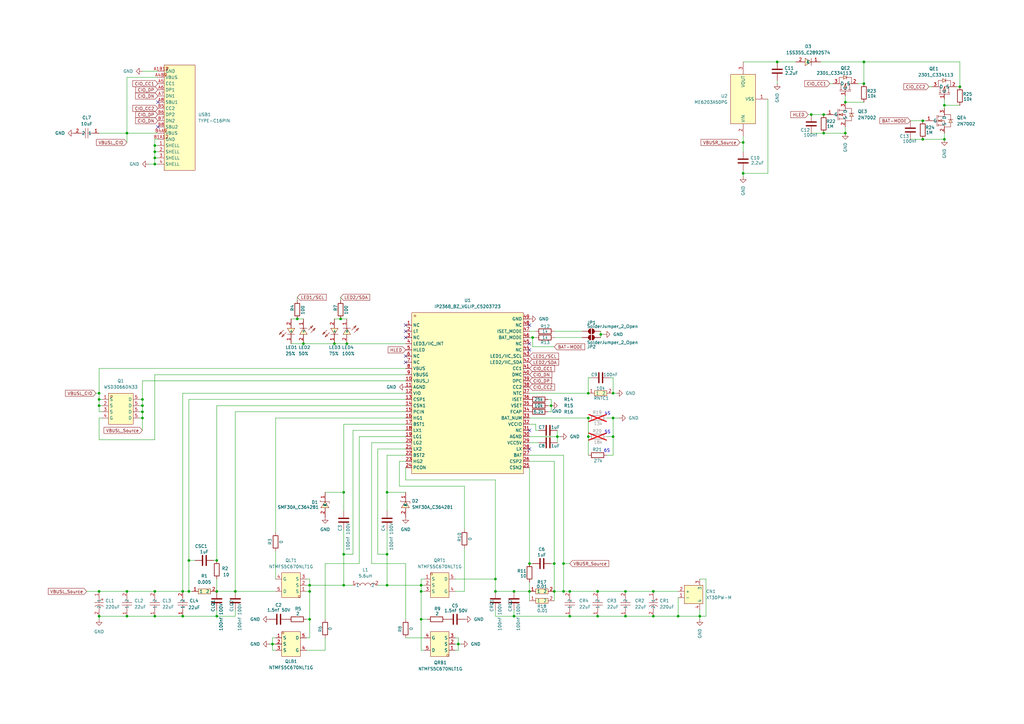
<source format=kicad_sch>
(kicad_sch (version 20250114) (generator "eeschema") (generator_version "9.0")
  (paper "A3")
  (title_block (title "PowerPack"))
  (text "5S" (at 249.174 177.292 0) (effects (font (size 1.27 1.27))))
  (text "6S" (at 248.92 184.912 0) (effects (font (size 1.27 1.27))))
  (text "4S" (at 249.174 169.672 0) (effects (font (size 1.27 1.27))))
  (junction (at 40.64 242.57))
  (junction (at 77.47 242.57))
  (junction (at 241.3 179.07))
  (junction (at 217.17 242.57))
  (junction (at 140.97 240.03))
  (junction (at 354.33 25.4))
  (junction (at 393.7 35.56))
  (junction (at 127 240.03))
  (junction (at 40.64 166.37))
  (junction (at 77.47 229.87))
  (junction (at 233.68 252.73))
  (junction (at 172.72 240.03))
  (junction (at 256.54 252.73))
  (junction (at 127 254))
  (junction (at 63.5 67.31))
  (junction (at 227.33 242.57))
  (junction (at 210.82 252.73))
  (junction (at 251.46 161.29))
  (junction (at 52.07 54.61))
  (junction (at 58.42 166.37))
  (junction (at 52.07 242.57))
  (junction (at 251.46 179.07))
  (junction (at 233.68 242.57))
  (junction (at 210.82 242.57))
  (junction (at 172.72 242.57))
  (junction (at 332.74 46.99))
  (junction (at 124.46 140.97))
  (junction (at 246.38 137.16))
  (junction (at 346.71 41.91))
  (junction (at 74.93 252.73))
  (junction (at 187.96 264.16))
  (junction (at 139.7 130.81))
  (junction (at 203.2 242.57))
  (junction (at 287.02 252.73))
  (junction (at 337.82 46.99))
  (junction (at 378.46 49.53))
  (junction (at 231.14 231.14))
  (junction (at 245.11 252.73))
  (junction (at 228.6 179.07))
  (junction (at 142.24 140.97))
  (junction (at 387.35 43.18))
  (junction (at 231.14 242.57))
  (junction (at 387.35 57.15))
  (junction (at 267.97 252.73))
  (junction (at 378.46 57.15))
  (junction (at 96.52 242.57))
  (junction (at 278.13 252.73))
  (junction (at 227.33 231.14))
  (junction (at 337.82 54.61))
  (junction (at 304.8 58.42))
  (junction (at 127 242.57))
  (junction (at 241.3 171.45))
  (junction (at 140.97 227.33))
  (junction (at 140.97 201.93))
  (junction (at 58.42 171.45))
  (junction (at 88.9 252.73))
  (junction (at 318.77 25.4))
  (junction (at 158.75 201.93))
  (junction (at 346.71 54.61))
  (junction (at 63.5 62.23))
  (junction (at 111.76 264.16))
  (junction (at 256.54 242.57))
  (junction (at 58.42 168.91))
  (junction (at 217.17 231.14))
  (junction (at 304.8 71.12))
  (junction (at 63.5 59.69))
  (junction (at 88.9 242.57))
  (junction (at 267.97 242.57))
  (junction (at 203.2 237.49))
  (junction (at 158.75 240.03))
  (junction (at 121.92 130.81))
  (junction (at 63.5 242.57))
  (junction (at 245.11 242.57))
  (junction (at 241.3 161.29))
  (junction (at 63.5 64.77))
  (junction (at 158.75 227.33))
  (junction (at 251.46 171.45))
  (junction (at 137.16 140.97))
  (junction (at 40.64 163.83))
  (junction (at 354.33 34.29))
  (junction (at 52.07 252.73))
  (junction (at 58.42 163.83))
  (junction (at 40.64 252.73))
  (junction (at 226.06 166.37))
  (junction (at 172.72 254))
  (junction (at 218.44 138.43))
  (junction (at 88.9 229.87))
  (junction (at 63.5 252.73))
  (junction (at 74.93 242.57))
  (junction (at 40.64 161.29))
  (no_connect (at 166.37 138.43))
  (no_connect (at 217.17 176.53))
  (no_connect (at 166.37 148.59))
  (no_connect (at 64.77 52.07))
  (no_connect (at 166.37 133.35))
  (no_connect (at 217.17 143.51))
  (no_connect (at 217.17 133.35))
  (no_connect (at 217.17 184.15))
  (no_connect (at 64.77 41.91))
  (no_connect (at 166.37 146.05))
  (no_connect (at 217.17 140.97))
  (no_connect (at 166.37 135.89))
  (wire (pts (xy 172.72 242.57) (xy 172.72 254)))
  (wire (pts (xy 125.73 240.03) (xy 127 240.03)))
  (wire (pts (xy 227.33 135.89) (xy 238.76 135.89)))
  (wire (pts (xy 113.03 266.7) (xy 111.76 266.7)))
  (wire (pts (xy 378.46 49.53) (xy 379.73 49.53)))
  (wire (pts (xy 113.03 226.06) (xy 113.03 237.49)))
  (wire (pts (xy 40.64 166.37) (xy 40.64 168.91)))
  (wire (pts (xy 77.47 229.87) (xy 77.47 242.57)))
  (wire (pts (xy 256.54 252.73) (xy 267.97 252.73)))
  (wire (pts (xy 140.97 201.93) (xy 140.97 209.55)))
  (wire (pts (xy 278.13 245.11) (xy 278.13 252.73)))
  (wire (pts (xy 219.71 173.99) (xy 217.17 173.99)))
  (wire (pts (xy 218.44 138.43) (xy 217.17 138.43)))
  (wire (pts (xy 393.7 25.4) (xy 393.7 35.56)))
  (wire (pts (xy 125.73 254) (xy 127 254)))
  (wire (pts (xy 241.3 179.07) (xy 241.3 186.69)))
  (wire (pts (xy 173.99 242.57) (xy 172.72 242.57)))
  (wire (pts (xy 166.37 168.91) (xy 96.52 168.91)))
  (wire (pts (xy 340.36 34.29) (xy 341.63 34.29)))
  (wire (pts (xy 40.64 242.57) (xy 52.07 242.57)))
  (wire (pts (xy 228.6 176.53) (xy 228.6 179.07)))
  (wire (pts (xy 219.71 176.53) (xy 219.71 173.99)))
  (wire (pts (xy 111.76 261.62) (xy 111.76 264.16)))
  (wire (pts (xy 110.49 264.16) (xy 111.76 264.16)))
  (wire (pts (xy 254 171.45) (xy 251.46 171.45)))
  (wire (pts (xy 113.03 171.45) (xy 113.03 218.44)))
  (wire (pts (xy 172.72 254) (xy 172.72 266.7)))
  (wire (pts (xy 35.56 242.57) (xy 40.64 242.57)))
  (wire (pts (xy 252.73 161.29) (xy 251.46 161.29)))
  (wire (pts (xy 125.73 242.57) (xy 127 242.57)))
  (wire (pts (xy 245.11 242.57) (xy 256.54 242.57)))
  (wire (pts (xy 63.5 57.15) (xy 63.5 59.69)))
  (wire (pts (xy 144.78 176.53) (xy 144.78 227.33)))
  (wire (pts (xy 113.03 261.62) (xy 111.76 261.62)))
  (wire (pts (xy 250.19 154.94) (xy 251.46 154.94)))
  (wire (pts (xy 111.76 266.7) (xy 111.76 264.16)))
  (wire (pts (xy 154.94 227.33) (xy 158.75 227.33)))
  (wire (pts (xy 190.5 242.57) (xy 190.5 224.79)))
  (wire (pts (xy 203.2 237.49) (xy 186.69 237.49)))
  (wire (pts (xy 121.92 130.81) (xy 124.46 130.81)))
  (wire (pts (xy 187.96 261.62) (xy 187.96 264.16)))
  (wire (pts (xy 210.82 252.73) (xy 233.68 252.73)))
  (wire (pts (xy 203.2 242.57) (xy 210.82 242.57)))
  (wire (pts (xy 173.99 266.7) (xy 172.72 266.7)))
  (wire (pts (xy 166.37 186.69) (xy 158.75 186.69)))
  (wire (pts (xy 224.79 168.91) (xy 226.06 168.91)))
  (wire (pts (xy 337.82 54.61) (xy 332.74 54.61)))
  (wire (pts (xy 248.92 179.07) (xy 251.46 179.07)))
  (wire (pts (xy 125.73 237.49) (xy 127 237.49)))
  (wire (pts (xy 303.53 58.42) (xy 304.8 58.42)))
  (wire (pts (xy 40.64 252.73) (xy 52.07 252.73)))
  (wire (pts (xy 52.07 58.42) (xy 52.07 54.61)))
  (wire (pts (xy 57.15 166.37) (xy 58.42 166.37)))
  (wire (pts (xy 88.9 166.37) (xy 88.9 229.87)))
  (wire (pts (xy 88.9 242.57) (xy 96.52 242.57)))
  (wire (pts (xy 229.87 179.07) (xy 228.6 179.07)))
  (wire (pts (xy 166.37 171.45) (xy 113.03 171.45)))
  (wire (pts (xy 139.7 121.92) (xy 139.7 123.19)))
  (wire (pts (xy 158.75 201.93) (xy 166.37 201.93)))
  (wire (pts (xy 241.3 154.94) (xy 241.3 161.29)))
  (wire (pts (xy 52.07 31.75) (xy 52.07 54.61)))
  (wire (pts (xy 203.2 250.19) (xy 203.2 252.73)))
  (wire (pts (xy 224.79 166.37) (xy 226.06 166.37)))
  (wire (pts (xy 166.37 163.83) (xy 77.47 163.83)))
  (wire (pts (xy 226.06 163.83) (xy 226.06 166.37)))
  (wire (pts (xy 152.4 231.14) (xy 166.37 231.14)))
  (wire (pts (xy 231.14 231.14) (xy 231.14 242.57)))
  (wire (pts (xy 52.07 252.73) (xy 63.5 252.73)))
  (wire (pts (xy 166.37 191.77) (xy 166.37 196.85)))
  (wire (pts (xy 166.37 166.37) (xy 88.9 166.37)))
  (wire (pts (xy 139.7 130.81) (xy 142.24 130.81)))
  (wire (pts (xy 140.97 217.17) (xy 140.97 227.33)))
  (wire (pts (xy 74.93 161.29) (xy 74.93 242.57)))
  (wire (pts (xy 203.2 196.85) (xy 203.2 237.49)))
  (wire (pts (xy 64.77 57.15) (xy 63.5 57.15)))
  (wire (pts (xy 96.52 252.73) (xy 88.9 252.73)))
  (wire (pts (xy 133.35 231.14) (xy 133.35 254)))
  (wire (pts (xy 137.16 130.81) (xy 139.7 130.81)))
  (wire (pts (xy 331.47 46.99) (xy 332.74 46.99)))
  (wire (pts (xy 64.77 31.75) (xy 52.07 31.75)))
  (wire (pts (xy 346.71 54.61) (xy 337.82 54.61)))
  (wire (pts (xy 142.24 140.97) (xy 166.37 140.97)))
  (wire (pts (xy 154.94 184.15) (xy 154.94 227.33)))
  (wire (pts (xy 58.42 29.21) (xy 64.77 29.21)))
  (wire (pts (xy 163.83 189.23) (xy 163.83 199.39)))
  (wire (pts (xy 77.47 242.57) (xy 78.74 242.57)))
  (wire (pts (xy 217.17 238.76) (xy 217.17 242.57)))
  (wire (pts (xy 166.37 231.14) (xy 166.37 254)))
  (wire (pts (xy 40.64 168.91) (xy 41.91 168.91)))
  (wire (pts (xy 158.75 227.33) (xy 158.75 240.03)))
  (wire (pts (xy 251.46 179.07) (xy 251.46 186.69)))
  (wire (pts (xy 304.8 58.42) (xy 304.8 55.88)))
  (wire (pts (xy 58.42 171.45) (xy 57.15 171.45)))
  (wire (pts (xy 227.33 231.14) (xy 226.06 231.14)))
  (wire (pts (xy 337.82 46.99) (xy 339.09 46.99)))
  (wire (pts (xy 354.33 25.4) (xy 354.33 34.29)))
  (wire (pts (xy 119.38 130.81) (xy 121.92 130.81)))
  (wire (pts (xy 318.77 33.02) (xy 318.77 34.29)))
  (wire (pts (xy 186.69 242.57) (xy 190.5 242.57)))
  (wire (pts (xy 190.5 199.39) (xy 190.5 217.17)))
  (wire (pts (xy 163.83 189.23) (xy 166.37 189.23)))
  (wire (pts (xy 166.37 151.13) (xy 40.64 151.13)))
  (wire (pts (xy 251.46 171.45) (xy 251.46 179.07)))
  (wire (pts (xy 137.16 140.97) (xy 142.24 140.97)))
  (wire (pts (xy 217.17 189.23) (xy 227.33 189.23)))
  (wire (pts (xy 40.64 161.29) (xy 40.64 163.83)))
  (wire (pts (xy 217.17 242.57) (xy 217.17 246.38)))
  (wire (pts (xy 387.35 44.45) (xy 387.35 43.18)))
  (wire (pts (xy 40.64 254) (xy 40.64 252.73)))
  (wire (pts (xy 58.42 163.83) (xy 58.42 166.37)))
  (wire (pts (xy 63.5 59.69) (xy 63.5 62.23)))
  (wire (pts (xy 125.73 266.7) (xy 133.35 266.7)))
  (wire (pts (xy 124.46 140.97) (xy 137.16 140.97)))
  (wire (pts (xy 186.69 261.62) (xy 187.96 261.62)))
  (wire (pts (xy 127 254) (xy 127 261.62)))
  (wire (pts (xy 287.02 252.73) (xy 278.13 252.73)))
  (wire (pts (xy 40.64 180.34) (xy 40.64 171.45)))
  (wire (pts (xy 227.33 242.57) (xy 227.33 246.38)))
  (wire (pts (xy 40.64 166.37) (xy 41.91 166.37)))
  (wire (pts (xy 172.72 237.49) (xy 172.72 240.03)))
  (wire (pts (xy 218.44 231.14) (xy 217.17 231.14)))
  (wire (pts (xy 251.46 154.94) (xy 251.46 161.29)))
  (wire (pts (xy 158.75 186.69) (xy 158.75 201.93)))
  (wire (pts (xy 63.5 59.69) (xy 64.77 59.69)))
  (wire (pts (xy 218.44 142.24) (xy 218.44 138.43)))
  (wire (pts (xy 228.6 179.07) (xy 228.6 181.61)))
  (wire (pts (xy 231.14 186.69) (xy 231.14 231.14)))
  (wire (pts (xy 287.02 237.49) (xy 289.56 237.49)))
  (wire (pts (xy 393.7 35.56) (xy 392.43 35.56)))
  (wire (pts (xy 158.75 217.17) (xy 158.75 227.33)))
  (wire (pts (xy 314.96 71.12) (xy 304.8 71.12)))
  (wire (pts (xy 127 237.49) (xy 127 240.03)))
  (wire (pts (xy 111.76 264.16) (xy 113.03 264.16)))
  (wire (pts (xy 166.37 196.85) (xy 203.2 196.85)))
  (wire (pts (xy 233.68 242.57) (xy 245.11 242.57)))
  (wire (pts (xy 88.9 252.73) (xy 74.93 252.73)))
  (wire (pts (xy 233.68 231.14) (xy 231.14 231.14)))
  (wire (pts (xy 140.97 240.03) (xy 144.78 240.03)))
  (wire (pts (xy 147.32 231.14) (xy 133.35 231.14)))
  (wire (pts (xy 304.8 62.23) (xy 304.8 58.42)))
  (wire (pts (xy 63.5 242.57) (xy 74.93 242.57)))
  (wire (pts (xy 96.52 250.19) (xy 96.52 252.73)))
  (wire (pts (xy 336.55 25.4) (xy 354.33 25.4)))
  (wire (pts (xy 217.17 186.69) (xy 231.14 186.69)))
  (wire (pts (xy 166.37 161.29) (xy 74.93 161.29)))
  (wire (pts (xy 40.64 54.61) (xy 52.07 54.61)))
  (wire (pts (xy 40.64 163.83) (xy 40.64 166.37)))
  (wire (pts (xy 96.52 242.57) (xy 113.03 242.57)))
  (wire (pts (xy 63.5 64.77) (xy 64.77 64.77)))
  (wire (pts (xy 387.35 57.15) (xy 378.46 57.15)))
  (wire (pts (xy 144.78 227.33) (xy 140.97 227.33)))
  (wire (pts (xy 187.96 266.7) (xy 187.96 264.16)))
  (wire (pts (xy 133.35 201.93) (xy 140.97 201.93)))
  (wire (pts (xy 233.68 252.73) (xy 245.11 252.73)))
  (wire (pts (xy 393.7 43.18) (xy 387.35 43.18)))
  (wire (pts (xy 127 240.03) (xy 127 242.57)))
  (wire (pts (xy 210.82 242.57) (xy 217.17 242.57)))
  (wire (pts (xy 289.56 237.49) (xy 289.56 252.73)))
  (wire (pts (xy 63.5 62.23) (xy 64.77 62.23)))
  (wire (pts (xy 227.33 242.57) (xy 227.33 231.14)))
  (wire (pts (xy 152.4 181.61) (xy 152.4 231.14)))
  (wire (pts (xy 354.33 25.4) (xy 393.7 25.4)))
  (wire (pts (xy 246.38 135.89) (xy 246.38 137.16)))
  (wire (pts (xy 219.71 138.43) (xy 218.44 138.43)))
  (wire (pts (xy 52.07 242.57) (xy 63.5 242.57)))
  (wire (pts (xy 256.54 242.57) (xy 267.97 242.57)))
  (wire (pts (xy 133.35 266.7) (xy 133.35 261.62)))
  (wire (pts (xy 57.15 168.91) (xy 58.42 168.91)))
  (wire (pts (xy 373.38 49.53) (xy 378.46 49.53)))
  (wire (pts (xy 217.17 181.61) (xy 220.98 181.61)))
  (wire (pts (xy 166.37 261.62) (xy 173.99 261.62)))
  (wire (pts (xy 186.69 264.16) (xy 187.96 264.16)))
  (wire (pts (xy 60.96 67.31) (xy 63.5 67.31)))
  (wire (pts (xy 217.17 191.77) (xy 217.17 231.14)))
  (wire (pts (xy 351.79 34.29) (xy 354.33 34.29)))
  (wire (pts (xy 373.38 57.15) (xy 378.46 57.15)))
  (wire (pts (xy 219.71 176.53) (xy 220.98 176.53)))
  (wire (pts (xy 246.38 138.43) (xy 246.38 137.16)))
  (wire (pts (xy 172.72 242.57) (xy 172.72 240.03)))
  (wire (pts (xy 166.37 181.61) (xy 152.4 181.61)))
  (wire (pts (xy 166.37 153.67) (xy 63.5 153.67)))
  (wire (pts (xy 166.37 173.99) (xy 140.97 173.99)))
  (wire (pts (xy 346.71 39.37) (xy 346.71 41.91)))
  (wire (pts (xy 147.32 179.07) (xy 147.32 231.14)))
  (wire (pts (xy 387.35 54.61) (xy 387.35 57.15)))
  (wire (pts (xy 127 240.03) (xy 140.97 240.03)))
  (wire (pts (xy 58.42 166.37) (xy 58.42 168.91)))
  (wire (pts (xy 63.5 252.73) (xy 74.93 252.73)))
  (wire (pts (xy 163.83 199.39) (xy 190.5 199.39)))
  (wire (pts (xy 346.71 41.91) (xy 354.33 41.91)))
  (wire (pts (xy 242.57 154.94) (xy 241.3 154.94)))
  (wire (pts (xy 154.94 184.15) (xy 166.37 184.15)))
  (wire (pts (xy 63.5 153.67) (xy 63.5 180.34)))
  (wire (pts (xy 119.38 140.97) (xy 124.46 140.97)))
  (wire (pts (xy 127 242.57) (xy 127 254)))
  (wire (pts (xy 203.2 242.57) (xy 203.2 237.49)))
  (wire (pts (xy 346.71 52.07) (xy 346.71 54.61)))
  (wire (pts (xy 227.33 142.24) (xy 218.44 142.24)))
  (wire (pts (xy 58.42 171.45) (xy 58.42 176.53)))
  (wire (pts (xy 96.52 168.91) (xy 96.52 242.57)))
  (wire (pts (xy 166.37 176.53) (xy 144.78 176.53)))
  (wire (pts (xy 63.5 180.34) (xy 40.64 180.34)))
  (wire (pts (xy 140.97 227.33) (xy 140.97 240.03)))
  (wire (pts (xy 41.91 163.83) (xy 40.64 163.83)))
  (wire (pts (xy 158.75 201.93) (xy 158.75 209.55)))
  (wire (pts (xy 267.97 252.73) (xy 278.13 252.73)))
  (wire (pts (xy 217.17 179.07) (xy 228.6 179.07)))
  (wire (pts (xy 227.33 242.57) (xy 231.14 242.57)))
  (wire (pts (xy 187.96 264.16) (xy 189.23 264.16)))
  (wire (pts (xy 304.8 25.4) (xy 318.77 25.4)))
  (wire (pts (xy 77.47 163.83) (xy 77.47 229.87)))
  (wire (pts (xy 80.01 229.87) (xy 77.47 229.87)))
  (wire (pts (xy 40.64 171.45) (xy 41.91 171.45)))
  (wire (pts (xy 226.06 163.83) (xy 224.79 163.83)))
  (wire (pts (xy 166.37 156.21) (xy 58.42 156.21)))
  (wire (pts (xy 203.2 252.73) (xy 210.82 252.73)))
  (wire (pts (xy 172.72 240.03) (xy 173.99 240.03)))
  (wire (pts (xy 248.92 171.45) (xy 251.46 171.45)))
  (wire (pts (xy 39.37 161.29) (xy 40.64 161.29)))
  (wire (pts (xy 314.96 40.64) (xy 314.96 71.12)))
  (wire (pts (xy 125.73 261.62) (xy 127 261.62)))
  (wire (pts (xy 140.97 173.99) (xy 140.97 201.93)))
  (wire (pts (xy 304.8 71.12) (xy 304.8 69.85)))
  (wire (pts (xy 227.33 189.23) (xy 227.33 231.14)))
  (wire (pts (xy 217.17 171.45) (xy 241.3 171.45)))
  (wire (pts (xy 387.35 43.18) (xy 387.35 40.64)))
  (wire (pts (xy 246.38 137.16) (xy 247.65 137.16)))
  (wire (pts (xy 217.17 161.29) (xy 241.3 161.29)))
  (wire (pts (xy 245.11 252.73) (xy 256.54 252.73)))
  (wire (pts (xy 158.75 240.03) (xy 172.72 240.03)))
  (wire (pts (xy 154.94 240.03) (xy 158.75 240.03)))
  (wire (pts (xy 87.63 229.87) (xy 88.9 229.87)))
  (wire (pts (xy 40.64 151.13) (xy 40.64 161.29)))
  (wire (pts (xy 248.92 186.69) (xy 251.46 186.69)))
  (wire (pts (xy 219.71 135.89) (xy 217.17 135.89)))
  (wire (pts (xy 175.26 254) (xy 172.72 254)))
  (wire (pts (xy 57.15 163.83) (xy 58.42 163.83)))
  (wire (pts (xy 227.33 138.43) (xy 238.76 138.43)))
  (wire (pts (xy 231.14 242.57) (xy 233.68 242.57)))
  (wire (pts (xy 63.5 62.23) (xy 63.5 64.77)))
  (wire (pts (xy 63.5 64.77) (xy 63.5 67.31)))
  (wire (pts (xy 63.5 67.31) (xy 64.77 67.31)))
  (wire (pts (xy 381 35.56) (xy 382.27 35.56)))
  (wire (pts (xy 88.9 237.49) (xy 88.9 242.57)))
  (wire (pts (xy 226.06 166.37) (xy 226.06 168.91)))
  (wire (pts (xy 121.92 121.92) (xy 121.92 123.19)))
  (wire (pts (xy 88.9 250.19) (xy 88.9 252.73)))
  (wire (pts (xy 58.42 168.91) (xy 58.42 171.45)))
  (wire (pts (xy 287.02 252.73) (xy 287.02 254)))
  (wire (pts (xy 58.42 156.21) (xy 58.42 163.83)))
  (wire (pts (xy 52.07 54.61) (xy 64.77 54.61)))
  (wire (pts (xy 74.93 242.57) (xy 77.47 242.57)))
  (wire (pts (xy 337.82 46.99) (xy 332.74 46.99)))
  (wire (pts (xy 210.82 250.19) (xy 210.82 252.73)))
  (wire (pts (xy 173.99 237.49) (xy 172.72 237.49)))
  (wire (pts (xy 267.97 242.57) (xy 278.13 242.57)))
  (wire (pts (xy 287.02 250.19) (xy 287.02 252.73)))
  (wire (pts (xy 304.8 72.39) (xy 304.8 71.12)))
  (wire (pts (xy 186.69 266.7) (xy 187.96 266.7)))
  (wire (pts (xy 241.3 179.07) (xy 241.3 171.45)))
  (wire (pts (xy 318.77 25.4) (xy 326.39 25.4)))
  (wire (pts (xy 166.37 179.07) (xy 147.32 179.07)))
  (wire (pts (xy 289.56 252.73) (xy 287.02 252.73)))
  (global_label "HLED" (shape input) (at 331.47 46.99 180) (property "Intersheetrefs" "${INTERSHEET_REFS}" (effects (hide yes))))
  (global_label "CIO_DP" (shape input) (at 64.77 46.99 180) (property "Intersheetrefs" "${INTERSHEET_REFS}" (effects (hide yes))))
  (global_label "VBUSR_Source" (shape input) (at 233.68 231.14 0) (property "Intersheetrefs" "${INTERSHEET_REFS}" (effects (hide yes))))
  (global_label "CIO_CC1" (shape input) (at 64.77 34.29 180) (property "Intersheetrefs" "${INTERSHEET_REFS}" (effects (hide yes))))
  (global_label "BAT-MODE" (shape input) (at 227.33 142.24 0) (property "Intersheetrefs" "${INTERSHEET_REFS}" (effects (hide yes))))
  (global_label "VBUSL_Source" (shape input) (at 35.56 242.57 180) (property "Intersheetrefs" "${INTERSHEET_REFS}" (effects (hide yes))))
  (global_label "VBUSL_Source" (shape input) (at 58.42 176.53 180) (property "Intersheetrefs" "${INTERSHEET_REFS}" (effects (hide yes))))
  (global_label "CIO_CC2" (shape input) (at 381 35.56 180) (property "Intersheetrefs" "${INTERSHEET_REFS}" (effects (hide yes))))
  (global_label "CIO_DN" (shape input) (at 64.77 39.37 180) (property "Intersheetrefs" "${INTERSHEET_REFS}" (effects (hide yes))))
  (global_label "HLED" (shape input) (at 166.37 143.51 180) (property "Intersheetrefs" "${INTERSHEET_REFS}" (effects (hide yes))))
  (global_label "CIO_CC1" (shape input) (at 217.17 151.13 0) (property "Intersheetrefs" "${INTERSHEET_REFS}" (effects (hide yes))))
  (global_label "VBUSL_CIO" (shape input) (at 52.07 58.42 180) (property "Intersheetrefs" "${INTERSHEET_REFS}" (effects (hide yes))))
  (global_label "LED1{slash}SCL" (shape input) (at 121.92 121.92 0) (property "Intersheetrefs" "${INTERSHEET_REFS}" (effects (hide yes))))
  (global_label "VBUSL_CIO" (shape input) (at 39.37 161.29 180) (property "Intersheetrefs" "${INTERSHEET_REFS}" (effects (hide yes))))
  (global_label "LED1{slash}SCL" (shape input) (at 217.17 146.05 0) (property "Intersheetrefs" "${INTERSHEET_REFS}" (effects (hide yes))))
  (global_label "CIO_DP" (shape input) (at 64.77 36.83 180) (property "Intersheetrefs" "${INTERSHEET_REFS}" (effects (hide yes))))
  (global_label "CIO_CC2" (shape input) (at 217.17 158.75 0) (property "Intersheetrefs" "${INTERSHEET_REFS}" (effects (hide yes))))
  (global_label "CIO_DN" (shape input) (at 64.77 49.53 180) (property "Intersheetrefs" "${INTERSHEET_REFS}" (effects (hide yes))))
  (global_label "LED2{slash}SDA" (shape input) (at 139.7 121.92 0) (property "Intersheetrefs" "${INTERSHEET_REFS}" (effects (hide yes))))
  (global_label "CIO_CC1" (shape input) (at 340.36 34.29 180) (property "Intersheetrefs" "${INTERSHEET_REFS}" (effects (hide yes))))
  (global_label "LED2{slash}SDA" (shape input) (at 217.17 148.59 0) (property "Intersheetrefs" "${INTERSHEET_REFS}" (effects (hide yes))))
  (global_label "CIO_DP" (shape input) (at 217.17 156.21 0) (property "Intersheetrefs" "${INTERSHEET_REFS}" (effects (hide yes))))
  (global_label "BAT-MODE" (shape input) (at 373.38 49.53 180) (property "Intersheetrefs" "${INTERSHEET_REFS}" (effects (hide yes))))
  (global_label "CIO_DN" (shape input) (at 217.17 153.67 0) (property "Intersheetrefs" "${INTERSHEET_REFS}" (effects (hide yes))))
  (global_label "CIO_CC2" (shape input) (at 64.77 44.45 180) (property "Intersheetrefs" "${INTERSHEET_REFS}" (effects (hide yes))))
  (global_label "VBUSR_Source" (shape input) (at 303.53 58.42 180) (property "Intersheetrefs" "${INTERSHEET_REFS}" (effects (hide yes))))
  (symbol (lib_id "Device:C") (at 210.82 246.38 0) (unit 1)
    (property "Reference" "CRQ2" (at 209.296 250.952 90) (effects (justify left)))
    (property "Value" "100nf 100V" (at 212.598 258.826 90) (effects (justify left)))
    (property "Footprint" "Capacitor_SMD:C_0402_1005Metric_Pad0.74x0.62mm_HandSolder" (effects (hide yes)))
    (property "Description" "Unpolarized capacitor" (effects (hide yes)))
  )
  (symbol (lib_id "power:GND") (at 346.71 54.61 0) (unit 1)
    (property "Reference" "#PWR021" (effects (hide yes)))
    (property "Value" "GND" (at 346.7101 58.42 90) (effects (justify right)))
    (property "Description" "Power symbol creates a global label with name \"GND\" , ground" (effects (hide yes)))
  )
  (symbol (lib_id "Device:C") (at 222.25 231.14 90) (unit 1)
    (property "Reference" "C6" (at 223.52 225.298 90) (effects (justify left)))
    (property "Value" "1uF" (at 224.028 227.584 90) (effects (justify left)))
    (property "Footprint" "Capacitor_SMD:C_0402_1005Metric_Pad0.74x0.62mm_HandSolder" (effects (hide yes)))
    (property "Description" "Unpolarized capacitor" (effects (hide yes)))
  )
  (symbol (lib_id "Device:R") (at 113.03 222.25 0) (unit 1)
    (property "Reference" "R3" (at 110.744 223.52 90) (effects (justify left)))
    (property "Value" "0" (at 115.316 223.012 90) (effects (justify left)))
    (property "Footprint" "Resistor_SMD:R_0603_1608Metric_Pad0.98x0.95mm_HandSolder" (effects (hide yes)))
    (property "Description" "Resistor" (effects (hide yes)))
  )
  (symbol (lib_id "power:GND") (at 387.35 57.15 0) (unit 1)
    (property "Reference" "#PWR022" (effects (hide yes)))
    (property "Value" "GND" (at 387.3501 60.96 90) (effects (justify right)))
    (property "Description" "Power symbol creates a global label with name \"GND\" , ground" (effects (hide yes)))
  )
  (symbol (lib_id "easyeda2kicad:NTMFS5C670NLT1G") (at 118.11 264.16 0) (unit 1)
    (property "Reference" "QLB1" (at 119.38 271.272 0))
    (property "Value" "NTMFS5C670NLT1G" (at 119.38 273.812 0))
    (property "Footprint" "easyeda2kicad:DFN-5_L6.1-W5.1-P1.27-BL" (effects (hide yes)))
    (property "Datasheet" "https://lcsc.com/product-detail/Others_ON-Semicon_NTMFS5C670NLT1G_ON-Semicon-ON-NTMFS5C670NLT1G_C179626.html" (effects (hide yes)))
    (property "LCSC Part" "C179626" (effects (hide yes)))
  )
  (symbol (lib_id "Device:C") (at 224.79 176.53 90) (unit 1)
    (property "Reference" "C7" (at 223.52 175.26 90) (effects (justify left)))
    (property "Value" "1uF" (at 229.616 175.26 90) (effects (justify left)))
    (property "Footprint" "Capacitor_SMD:C_0402_1005Metric_Pad0.74x0.62mm_HandSolder" (effects (hide yes)))
    (property "Description" "Unpolarized capacitor" (effects (hide yes)))
  )
  (symbol (lib_id "power:GND") (at 60.96 67.31 270) (unit 1)
    (property "Reference" "#PWR04" (effects (hide yes)))
    (property "Value" "GND" (at 57.15 67.3099 90) (effects (justify right)))
    (property "Description" "Power symbol creates a global label with name \"GND\" , ground" (effects (hide yes)))
  )
  (symbol (lib_id "power:GND") (at 318.77 34.29 0) (unit 1)
    (property "Reference" "#PWR020" (effects (hide yes)))
    (property "Value" "GND" (at 318.7701 38.1 90) (effects (justify right)))
    (property "Description" "Power symbol creates a global label with name \"GND\" , ground" (effects (hide yes)))
  )
  (symbol (lib_id "Device:R") (at 139.7 127 180) (unit 1)
    (property "Reference" "R7" (at 137.668 124.968 90) (effects (justify left)))
    (property "Value" "100" (at 141.986 125.222 90) (effects (justify left)))
    (property "Footprint" "Resistor_SMD:R_0402_1005Metric_Pad0.72x0.64mm_HandSolder" (effects (hide yes)))
    (property "Description" "Resistor" (effects (hide yes)))
  )
  (symbol (lib_id "easyeda2kicad:IP2368_BZ_VGLIP_C5203723") (at 191.77 161.29 0) (unit 1)
    (property "Reference" "U1" (at 191.77 123.19 0))
    (property "Value" "IP2368_BZ_VGLIP_C5203723" (at 191.77 125.73 0))
    (property "Footprint" "easyeda2kicad:QFN-48_L7.0-W7.0-P0.50-TL-EP5.4-1" (effects (hide yes)))
    (property "LCSC Part" "C5203723" (effects (hide yes)))
  )
  (symbol (lib_id "Device:R") (at 220.98 168.91 90) (unit 1)
    (property "Reference" "R16" (at 235.204 168.91 90) (effects (justify left)))
    (property "Value" "6.2k" (at 223.012 168.91 90) (effects (justify left)))
    (property "Footprint" "Resistor_SMD:R_0402_1005Metric_Pad0.72x0.64mm_HandSolder" (effects (hide yes)))
    (property "Description" "Resistor" (effects (hide yes)))
  )
  (symbol (lib_id "power:GND") (at 247.65 137.16 90) (unit 1)
    (property "Reference" "#PWR015" (effects (hide yes)))
    (property "Value" "GND" (at 251.46 137.1599 90) (effects (justify right)))
    (property "Description" "Power symbol creates a global label with name \"GND\" , ground" (effects (hide yes)))
  )
  (symbol (lib_id "Device:C") (at 114.3 254 90) (unit 1)
    (property "Reference" "C2" (at 115.57 248.158 90) (effects (justify left)))
    (property "Value" "1.5nf 50V" (at 119.126 250.19 90) (effects (justify left)))
    (property "Footprint" "Capacitor_SMD:C_0402_1005Metric_Pad0.74x0.62mm_HandSolder" (effects (hide yes)))
    (property "Description" "Unpolarized capacitor" (effects (hide yes)))
  )
  (symbol (lib_id "Device:C") (at 203.2 246.38 0) (unit 1)
    (property "Reference" "CRQ1" (at 201.676 250.952 90) (effects (justify left)))
    (property "Value" "100nf 100V" (at 204.978 258.826 90) (effects (justify left)))
    (property "Footprint" "Capacitor_SMD:C_0402_1005Metric_Pad0.74x0.62mm_HandSolder" (effects (hide yes)))
    (property "Description" "Unpolarized capacitor" (effects (hide yes)))
  )
  (symbol (lib_id "easyeda2kicad:GMK325BJ226MM-P") (at 74.93 247.65 90) (unit 1)
    (property "Reference" "CL4" (at 77.724 246.38 90) (effects (justify right)))
    (property "Value" "22uF" (at 77.216 249.174 90) (effects (justify right)))
    (property "Footprint" "easyeda2kicad:C1210" (effects (hide yes)))
    (property "LCSC Part" "C778721" (effects (hide yes)))
  )
  (symbol (lib_id "Device:C") (at 304.8 66.04 180) (unit 1)
    (property "Reference" "C10" (at 311.658 64.77 0) (effects (justify left)))
    (property "Value" "2.2uF" (at 313.436 66.802 0) (effects (justify left)))
    (property "Footprint" "Capacitor_SMD:C_0402_1005Metric_Pad0.74x0.62mm_HandSolder" (effects (hide yes)))
    (property "Description" "Unpolarized capacitor" (effects (hide yes)))
  )
  (symbol (lib_id "easyeda2kicad:2N7002") (at 384.81 49.53 0) (unit 1)
    (property "Reference" "QE4" (at 392.43 48.2599 0) (effects (justify left)))
    (property "Value" "2N7002" (at 392.43 50.7999 0) (effects (justify left)))
    (property "Footprint" "easyeda2kicad:SOT-23-3_L2.9-W1.3-P1.90-LS2.4-BR" (effects (hide yes)))
    (property "Datasheet" "https://lcsc.com/product-detail/MOSFET_2N7002-7002_C8545.html" (effects (hide yes)))
    (property "LCSC Part" "C8545" (effects (hide yes)))
  )
  (symbol (lib_id "easyeda2kicad:NCD0603W1") (at 142.24 135.89 270) (unit 1)
    (property "Reference" "LED4" (at 140.208 142.494 90) (effects (justify left)))
    (property "Value" "100%" (at 140.208 145.034 90) (effects (justify left)))
    (property "Footprint" "easyeda2kicad:LED0603-RD" (effects (hide yes)))
    (property "Datasheet" "https://lcsc.com/product-detail/Light-Emitting-Diodes-LED_White-light-SMDLED-200-225mcdatIF-5mA-Color-temperature-C_C84265.html" (effects (hide yes)))
    (property "LCSC Part" "C84265" (effects (hide yes)))
  )
  (symbol (lib_id "easyeda2kicad:NCD0603W1") (at 124.46 135.89 270) (unit 1)
    (property "Reference" "LED2" (at 122.428 142.494 90) (effects (justify left)))
    (property "Value" "50%" (at 122.428 145.034 90) (effects (justify left)))
    (property "Footprint" "easyeda2kicad:LED0603-RD" (effects (hide yes)))
    (property "Datasheet" "https://lcsc.com/product-detail/Light-Emitting-Diodes-LED_White-light-SMDLED-200-225mcdatIF-5mA-Color-temperature-C_C84265.html" (effects (hide yes)))
    (property "LCSC Part" "C84265" (effects (hide yes)))
  )
  (symbol (lib_id "power:GND") (at 30.48 54.61 270) (unit 1)
    (property "Reference" "#PWR01" (effects (hide yes)))
    (property "Value" "GND" (at 26.67 54.6099 90) (effects (justify right)))
    (property "Description" "Power symbol creates a global label with name \"GND\" , ground" (effects (hide yes)))
  )
  (symbol (lib_id "power:GND") (at 287.02 254 0) (unit 1)
    (property "Reference" "#PWR018" (effects (hide yes)))
    (property "Value" "GND" (at 287.0201 257.81 90) (effects (justify right)))
    (property "Description" "Power symbol creates a global label with name \"GND\" , ground" (effects (hide yes)))
  )
  (symbol (lib_id "Device:R") (at 190.5 220.98 0) (unit 1)
    (property "Reference" "R10" (at 188.468 222.25 90) (effects (justify left)))
    (property "Value" "0" (at 192.786 221.742 90) (effects (justify left)))
    (property "Footprint" "Resistor_SMD:R_0603_1608Metric_Pad0.98x0.95mm_HandSolder" (effects (hide yes)))
    (property "Description" "Resistor" (effects (hide yes)))
  )
  (symbol (lib_id "Device:C") (at 140.97 213.36 0) (unit 1)
    (property "Reference" "C3" (at 139.446 217.932 90) (effects (justify left)))
    (property "Value" "100nf 100V" (at 142.748 225.806 90) (effects (justify left)))
    (property "Footprint" "Capacitor_SMD:C_0402_1005Metric_Pad0.74x0.62mm_HandSolder" (effects (hide yes)))
    (property "Description" "Unpolarized capacitor" (effects (hide yes)))
  )
  (symbol (lib_id "power:GND") (at 133.35 212.09 0) (unit 1)
    (property "Reference" "#PWR07" (effects (hide yes)))
    (property "Value" "GND" (at 133.35 217.17 0))
    (property "Description" "Power symbol creates a global label with name \"GND\" , ground" (effects (hide yes)))
  )
  (symbol (lib_id "Device:C") (at 186.69 254 90) (unit 1)
    (property "Reference" "C5" (at 187.96 248.412 90) (effects (justify left)))
    (property "Value" "1.5nf 50V" (at 191.77 250.444 90) (effects (justify left)))
    (property "Footprint" "Capacitor_SMD:C_0402_1005Metric_Pad0.74x0.62mm_HandSolder" (effects (hide yes)))
    (property "Description" "Unpolarized capacitor" (effects (hide yes)))
  )
  (symbol (lib_id "power:GND") (at 226.06 166.37 90) (unit 1)
    (property "Reference" "#PWR013" (effects (hide yes)))
    (property "Value" "GND" (at 226.314 168.656 90) (effects (justify right)))
    (property "Description" "Power symbol creates a global label with name \"GND\" , ground" (effects (hide yes)))
  )
  (symbol (lib_id "power:GND") (at 304.8 72.39 0) (unit 1)
    (property "Reference" "#PWR019" (effects (hide yes)))
    (property "Value" "GND" (at 304.8001 76.2 90) (effects (justify right)))
    (property "Description" "Power symbol creates a global label with name \"GND\" , ground" (effects (hide yes)))
  )
  (symbol (lib_id "power:GND") (at 254 171.45 90) (unit 1)
    (property "Reference" "#PWR017" (effects (hide yes)))
    (property "Value" "GND" (at 257.81 171.4499 90) (effects (justify right)))
    (property "Description" "Power symbol creates a global label with name \"GND\" , ground" (effects (hide yes)))
  )
  (symbol (lib_id "easyeda2kicad:XT30PW-M") (at 283.21 243.84 90) (unit 1)
    (property "Reference" "CN1" (at 289.56 242.5699 90) (effects (justify right)))
    (property "Value" "XT30PW-M" (at 289.56 245.1099 90) (effects (justify right)))
    (property "Footprint" "easyeda2kicad:CONN-TH_XT30PW-M" (effects (hide yes)))
    (property "Datasheet" "https://lcsc.com/product-detail/New-Arrivals_Changzhou-Amass-Elec-XT30PW-MMale-head_C431092.html" (effects (hide yes)))
    (property "LCSC Part" "C431092" (effects (hide yes)))
  )
  (symbol (lib_id "easyeda2kicad:2301_C334113") (at 346.71 34.29 90) (unit 1)
    (property "Reference" "QE2" (at 346.71 27.94 90))
    (property "Value" "2301_C334113" (at 342.138 29.972 90))
    (property "Footprint" "easyeda2kicad:SOT-23_L2.9-W1.3-P1.90-LS2.4-BR" (effects (hide yes)))
    (property "Datasheet" "https://lcsc.com/product-detail/Others_GOFORD-2301_C334113.html" (effects (hide yes)))
    (property "LCSC Part" "C334113" (effects (hide yes)))
  )
  (symbol (lib_id "power:GND") (at 190.5 254 90) (unit 1)
    (property "Reference" "#PWR011" (effects (hide yes)))
    (property "Value" "GND" (at 194.31 253.9999 90) (effects (justify right)))
    (property "Description" "Power symbol creates a global label with name \"GND\" , ground" (effects (hide yes)))
  )
  (symbol (lib_id "power:GND") (at 229.87 179.07 90) (unit 1)
    (property "Reference" "#PWR014" (effects (hide yes)))
    (property "Value" "GND" (at 233.68 179.0699 90) (effects (justify right)))
    (property "Description" "Power symbol creates a global label with name \"GND\" , ground" (effects (hide yes)))
  )
  (symbol (lib_id "Device:C") (at 96.52 246.38 0) (unit 1)
    (property "Reference" "CLQ2" (at 94.996 250.952 90) (effects (justify left)))
    (property "Value" "100nf 100V" (at 98.298 258.826 90) (effects (justify left)))
    (property "Footprint" "Capacitor_SMD:C_0402_1005Metric_Pad0.74x0.62mm_HandSolder" (effects (hide yes)))
    (property "Description" "Unpolarized capacitor" (effects (hide yes)))
  )
  (symbol (lib_id "Device:R") (at 245.11 179.07 90) (unit 1) (dnp yes)
    (property "Reference" "R20" (at 246.888 176.784 90) (effects (justify left)))
    (property "Value" "18k" (at 247.142 181.356 90) (effects (justify left)))
    (property "Footprint" "Resistor_SMD:R_0402_1005Metric_Pad0.72x0.64mm_HandSolder" (effects (hide yes)))
    (property "Description" "Resistor" (effects (hide yes)))
  )
  (symbol (lib_id "easyeda2kicad:WSD3066DN33") (at 49.53 166.37 0) (unit 1)
    (property "Reference" "Q1" (at 49.53 156.21 0))
    (property "Value" "WSD3066DN33" (at 49.53 158.75 0))
    (property "Footprint" "easyeda2kicad:DFN-8_L3.3-W3.3-P0.65-BL" (effects (hide yes)))
    (property "Datasheet" "https://lcsc.com/product-detail/MOSFET_WSD3066DN_C148386.html" (effects (hide yes)))
    (property "LCSC Part" "C148386" (effects (hide yes)))
  )
  (symbol (lib_id "Device:C") (at 246.38 154.94 90) (unit 1)
    (property "Reference" "C9" (at 245.11 153.67 90) (effects (justify left)))
    (property "Value" "100nF" (at 253.492 153.67 90) (effects (justify left)))
    (property "Footprint" "Capacitor_SMD:C_0603_1608Metric_Pad1.08x0.95mm_HandSolder" (effects (hide yes)))
    (property "Description" "Unpolarized capacitor" (effects (hide yes)))
  )
  (symbol (lib_id "Device:R") (at 179.07 254 270) (unit 1)
    (property "Reference" "R9" (at 178.054 249.682 90) (effects (justify left)))
    (property "Value" "2" (at 178.562 251.714 90) (effects (justify left)))
    (property "Footprint" "Resistor_SMD:R_0402_1005Metric_Pad0.72x0.64mm_HandSolder" (effects (hide yes)))
    (property "Description" "Resistor" (effects (hide yes)))
  )
  (symbol (lib_id "easyeda2kicad:GMK325BJ226MM-P") (at 52.07 247.65 90) (unit 1)
    (property "Reference" "CL2" (at 55.118 246.38 90) (effects (justify right)))
    (property "Value" "22uF" (at 55.118 248.92 90) (effects (justify right)))
    (property "Footprint" "easyeda2kicad:C1210" (effects (hide yes)))
    (property "LCSC Part" "C778721" (effects (hide yes)))
  )
  (symbol (lib_id "power:GND") (at 110.49 264.16 270) (unit 1)
    (property "Reference" "#PWR06" (effects (hide yes)))
    (property "Value" "GND" (at 106.68 264.1599 90) (effects (justify right)))
    (property "Description" "Power symbol creates a global label with name \"GND\" , ground" (effects (hide yes)))
  )
  (symbol (lib_id "easyeda2kicad:FMF06FTHR010-LHL") (at 222.25 246.38 0) (unit 1)
    (property "Reference" "R18" (at 222.25 248.666 0))
    (property "Value" "0.01" (at 222.504 250.444 0))
    (property "Footprint" "easyeda2kicad:R1206" (effects (hide yes)))
    (property "Datasheet" "https://lcsc.com/product-detail/Metal-Alloy-Resistors_0-01R-R010-1-1W_C105362.html" (effects (hide yes)))
    (property "LCSC Part" "C105362" (effects (hide yes)))
  )
  (symbol (lib_id "Device:R") (at 337.82 50.8 0) (unit 1)
    (property "Reference" "R22" (at 338.836 49.784 0) (effects (justify left)))
    (property "Value" "1M" (at 339.09 51.816 0) (effects (justify left)))
    (property "Footprint" "Resistor_SMD:R_0402_1005Metric_Pad0.72x0.64mm_HandSolder" (effects (hide yes)))
    (property "Description" "Resistor" (effects (hide yes)))
  )
  (symbol (lib_id "easyeda2kicad:SMF30A_C364281") (at 166.37 207.01 270) (unit 1)
    (property "Reference" "D2" (at 168.91 205.4849 90) (effects (justify left)))
    (property "Value" "SMF30A_C364281" (at 168.91 208.0249 90) (effects (justify left)))
    (property "Footprint" "easyeda2kicad:SOD-123_L2.6-W1.6-LS3.5-RD" (effects (hide yes)))
    (property "Datasheet" "https://lcsc.com/product-detail/Others_MDD-Jiangsu-Yutai-Elec-SMF30A_C364281.html" (effects (hide yes)))
    (property "LCSC Part" "C364281" (effects (hide yes)))
  )
  (symbol (lib_id "Device:R") (at 354.33 38.1 180) (unit 1)
    (property "Reference" "R23" (at 359.41 37.338 0) (effects (justify left)))
    (property "Value" "10k" (at 359.41 39.37 0) (effects (justify left)))
    (property "Footprint" "Resistor_SMD:R_0402_1005Metric_Pad0.72x0.64mm_HandSolder" (effects (hide yes)))
    (property "Description" "Resistor" (effects (hide yes)))
  )
  (symbol (lib_id "easyeda2kicad:2301_C334113") (at 387.35 35.56 90) (unit 1)
    (property "Reference" "QE1" (at 383.032 28.194 90))
    (property "Value" "2301_C334113" (at 383.794 30.734 90))
    (property "Footprint" "easyeda2kicad:SOT-23_L2.9-W1.3-P1.90-LS2.4-BR" (effects (hide yes)))
    (property "Datasheet" "https://lcsc.com/product-detail/Others_GOFORD-2301_C334113.html" (effects (hide yes)))
    (property "LCSC Part" "C334113" (effects (hide yes)))
  )
  (symbol (lib_id "easyeda2kicad:1SS355_C2892574") (at 330.2 25.4 180) (unit 1)
    (property "Reference" "D3" (at 331.47 19.05 0))
    (property "Value" "1SS355_C2892574" (at 331.47 21.59 0))
    (property "Footprint" "easyeda2kicad:SOD-323_L1.8-W1.3-LS2.5-RD" (effects (hide yes)))
    (property "LCSC Part" "C2892574" (effects (hide yes)))
  )
  (symbol (lib_id "power:GND") (at 40.64 254 0) (unit 1)
    (property "Reference" "#PWR02" (effects (hide yes)))
    (property "Value" "GND" (at 40.64 259.08 0))
    (property "Description" "Power symbol creates a global label with name \"GND\" , ground" (effects (hide yes)))
  )
  (symbol (lib_id "power:GND") (at 166.37 212.09 0) (unit 1)
    (property "Reference" "#PWR09" (effects (hide yes)))
    (property "Value" "GND" (at 166.37 217.17 0))
    (property "Description" "Power symbol creates a global label with name \"GND\" , ground" (effects (hide yes)))
  )
  (symbol (lib_id "Device:C") (at 224.79 181.61 90) (unit 1)
    (property "Reference" "C8" (at 223.52 182.88 90) (effects (justify left)))
    (property "Value" "1uF" (at 229.616 182.88 90) (effects (justify left)))
    (property "Footprint" "Capacitor_SMD:C_0402_1005Metric_Pad0.74x0.62mm_HandSolder" (effects (hide yes)))
    (property "Description" "Unpolarized capacitor" (effects (hide yes)))
  )
  (symbol (lib_id "Device:R") (at 223.52 135.89 90) (unit 1)
    (property "Reference" "R12" (at 225.552 133.858 90) (effects (justify left)))
    (property "Value" "1k" (at 224.79 135.89 90) (effects (justify left)))
    (property "Footprint" "Resistor_SMD:R_0402_1005Metric_Pad0.72x0.64mm_HandSolder" (effects (hide yes)))
    (property "Description" "Resistor" (effects (hide yes)))
  )
  (symbol (lib_id "easyeda2kicad:NTMFS5C670NLT1G") (at 181.61 264.16 180) (unit 1)
    (property "Reference" "QRB1" (at 180.594 271.78 0))
    (property "Value" "NTMFS5C670NLT1G" (at 180.594 274.32 0))
    (property "Footprint" "easyeda2kicad:DFN-5_L6.1-W5.1-P1.27-BL" (effects (hide yes)))
    (property "Datasheet" "https://lcsc.com/product-detail/Others_ON-Semicon_NTMFS5C670NLT1G_ON-Semicon-ON-NTMFS5C670NLT1G_C179626.html" (effects (hide yes)))
    (property "LCSC Part" "C179626" (effects (hide yes)))
  )
  (symbol (lib_id "easyeda2kicad:RC0603FR-0710KL") (at 246.38 161.29 0) (unit 1)
    (property "Reference" "RNTC1" (at 246.634 163.322 0))
    (property "Value" "10k" (at 246.38 159.258 0))
    (property "Footprint" "easyeda2kicad:R0603" (effects (hide yes)))
    (property "Datasheet" "https://lcsc.com/product-detail/Chip-Resistor-Surface-Mount_10KR-1_C98220.html" (effects (hide yes)))
    (property "LCSC Part" "C98220" (effects (hide yes)))
  )
  (symbol (lib_id "easyeda2kicad:2N7002") (at 344.17 46.99 0) (unit 1)
    (property "Reference" "QE3" (at 351.79 45.7199 0) (effects (justify left)))
    (property "Value" "2N7002" (at 351.79 48.2599 0) (effects (justify left)))
    (property "Footprint" "easyeda2kicad:SOT-23-3_L2.9-W1.3-P1.90-LS2.4-BR" (effects (hide yes)))
    (property "Datasheet" "https://lcsc.com/product-detail/MOSFET_2N7002-7002_C8545.html" (effects (hide yes)))
    (property "LCSC Part" "C8545" (effects (hide yes)))
  )
  (symbol (lib_id "easyeda2kicad:SPZ1VM221F11O00RAXXX") (at 267.97 247.65 270) (unit 1)
    (property "Reference" "CR1" (at 270.51 246.3799 90) (effects (justify left)))
    (property "Value" "220uF" (at 270.51 248.9199 90) (effects (justify left)))
    (property "Footprint" "easyeda2kicad:CAP-TH_BD8.0-P3.50-D0.6-FD" (effects (hide yes)))
    (property "LCSC Part" "C2688260" (effects (hide yes)))
  )
  (symbol (lib_id "power:GND") (at 252.73 161.29 90) (unit 1)
    (property "Reference" "#PWR016" (effects (hide yes)))
    (property "Value" "GND" (at 256.54 161.2899 90) (effects (justify right)))
    (property "Description" "Power symbol creates a global label with name \"GND\" , ground" (effects (hide yes)))
  )
  (symbol (lib_id "Device:C") (at 158.75 213.36 0) (unit 1)
    (property "Reference" "C4" (at 157.226 217.932 90) (effects (justify left)))
    (property "Value" "100nf 100V" (at 160.528 225.806 90) (effects (justify left)))
    (property "Footprint" "Capacitor_SMD:C_0402_1005Metric_Pad0.74x0.62mm_HandSolder" (effects (hide yes)))
    (property "Description" "Unpolarized capacitor" (effects (hide yes)))
  )
  (symbol (lib_id "easyeda2kicad:NCD0603W1") (at 137.16 135.89 90) (unit 1)
    (property "Reference" "LED3" (at 134.874 142.494 90) (effects (justify right)))
    (property "Value" "75%" (at 134.874 145.034 90) (effects (justify right)))
    (property "Footprint" "easyeda2kicad:LED0603-RD" (effects (hide yes)))
    (property "Datasheet" "https://lcsc.com/product-detail/Light-Emitting-Diodes-LED_White-light-SMDLED-200-225mcdatIF-5mA-Color-temperature-C_C84265.html" (effects (hide yes)))
    (property "LCSC Part" "C84265" (effects (hide yes)))
  )
  (symbol (lib_id "Device:R") (at 217.17 234.95 0) (unit 1)
    (property "Reference" "R11" (at 212.09 234.188 0) (effects (justify left)))
    (property "Value" "10" (at 213.36 236.22 0) (effects (justify left)))
    (property "Footprint" "Resistor_SMD:R_0402_1005Metric_Pad0.72x0.64mm_HandSolder" (effects (hide yes)))
    (property "Description" "Resistor" (effects (hide yes)))
  )
  (symbol (lib_id "Device:R") (at 121.92 127 180) (unit 1)
    (property "Reference" "R4" (at 119.888 124.968 90) (effects (justify left)))
    (property "Value" "100" (at 124.206 125.222 90) (effects (justify left)))
    (property "Footprint" "Resistor_SMD:R_0402_1005Metric_Pad0.72x0.64mm_HandSolder" (effects (hide yes)))
    (property "Description" "Resistor" (effects (hide yes)))
  )
  (symbol (lib_id "Device:R") (at 223.52 138.43 90) (unit 1)
    (property "Reference" "R13" (at 225.552 140.462 90) (effects (justify left)))
    (property "Value" "1k" (at 224.79 138.43 90) (effects (justify left)))
    (property "Footprint" "Resistor_SMD:R_0402_1005Metric_Pad0.72x0.64mm_HandSolder" (effects (hide yes)))
    (property "Description" "Resistor" (effects (hide yes)))
  )
  (symbol (lib_id "easyeda2kicad:ME6203A50PG") (at 307.34 40.64 90) (unit 1)
    (property "Reference" "U2" (at 298.45 39.3699 90) (effects (justify left)))
    (property "Value" "ME6203A50PG" (at 298.45 41.9099 90) (effects (justify left)))
    (property "Footprint" "easyeda2kicad:SOT-89_L4.5-W2.5-P1.50-LS4.2-BR" (effects (hide yes)))
    (property "Datasheet" "https://lcsc.com/product-detail/Low-Dropout-Regulators-LDO_ME6203A50PG_C94056.html" (effects (hide yes)))
    (property "LCSC Part" "C94056" (effects (hide yes)))
  )
  (symbol (lib_id "easyeda2kicad:NCD0603W1") (at 119.38 135.89 90) (unit 1)
    (property "Reference" "LED1" (at 117.094 142.494 90) (effects (justify right)))
    (property "Value" "25%" (at 117.094 145.034 90) (effects (justify right)))
    (property "Footprint" "easyeda2kicad:LED0603-RD" (effects (hide yes)))
    (property "Datasheet" "https://lcsc.com/product-detail/Light-Emitting-Diodes-LED_White-light-SMDLED-200-225mcdatIF-5mA-Color-temperature-C_C84265.html" (effects (hide yes)))
    (property "LCSC Part" "C84265" (effects (hide yes)))
  )
  (symbol (lib_id "Device:R") (at 393.7 39.37 180) (unit 1)
    (property "Reference" "R25" (at 398.78 38.608 0) (effects (justify left)))
    (property "Value" "10k" (at 398.78 40.64 0) (effects (justify left)))
    (property "Footprint" "Resistor_SMD:R_0402_1005Metric_Pad0.72x0.64mm_HandSolder" (effects (hide yes)))
    (property "Description" "Resistor" (effects (hide yes)))
  )
  (symbol (lib_id "Device:R") (at 220.98 163.83 90) (unit 1)
    (property "Reference" "R14" (at 235.204 163.83 90) (effects (justify left)))
    (property "Value" "25k" (at 222.758 163.83 90) (effects (justify left)))
    (property "Footprint" "Resistor_SMD:R_0402_1005Metric_Pad0.72x0.64mm_HandSolder" (effects (hide yes)))
    (property "Description" "Resistor" (effects (hide yes)))
  )
  (symbol (lib_id "power:GND") (at 110.49 254 270) (unit 1)
    (property "Reference" "#PWR05" (effects (hide yes)))
    (property "Value" "GND" (at 106.68 253.9999 90) (effects (justify right)))
    (property "Description" "Power symbol creates a global label with name \"GND\" , ground" (effects (hide yes)))
  )
  (symbol (lib_id "Device:C") (at 318.77 29.21 180) (unit 1)
    (property "Reference" "C11" (at 325.628 27.94 0) (effects (justify left)))
    (property "Value" "2.2uF" (at 327.406 29.972 0) (effects (justify left)))
    (property "Footprint" "Capacitor_SMD:C_0402_1005Metric_Pad0.74x0.62mm_HandSolder" (effects (hide yes)))
    (property "Description" "Unpolarized capacitor" (effects (hide yes)))
  )
  (symbol (lib_id "Device:C") (at 88.9 246.38 0) (unit 1)
    (property "Reference" "CLQ1" (at 87.376 250.952 90) (effects (justify left)))
    (property "Value" "100nf 100V" (at 90.678 258.826 90) (effects (justify left)))
    (property "Footprint" "Capacitor_SMD:C_0402_1005Metric_Pad0.74x0.62mm_HandSolder" (effects (hide yes)))
    (property "Description" "Unpolarized capacitor" (effects (hide yes)))
  )
  (symbol (lib_id "power:GND") (at 189.23 264.16 90) (unit 1)
    (property "Reference" "#PWR010" (effects (hide yes)))
    (property "Value" "GND" (at 193.04 264.1599 90) (effects (justify right)))
    (property "Description" "Power symbol creates a global label with name \"GND\" , ground" (effects (hide yes)))
  )
  (symbol (lib_id "Jumper:SolderJumper_2_Open") (at 242.57 138.43 0) (unit 1) (exclude_from_sim yes) (in_bom no)
    (property "Reference" "JP2" (at 242.57 142.24 0))
    (property "Value" "SolderJumper_2_Open" (at 251.206 140.462 0))
    (property "Footprint" "Jumper:SolderJumper-2_P1.3mm_Open_RoundedPad1.0x1.5mm" (effects (hide yes)))
    (property "Description" "Solder Jumper, 2-pole, open" (effects (hide yes)))
  )
  (symbol (lib_id "Device:R") (at 378.46 53.34 0) (unit 1)
    (property "Reference" "R24" (at 379.476 52.324 0) (effects (justify left)))
    (property "Value" "1M" (at 379.73 54.356 0) (effects (justify left)))
    (property "Footprint" "Resistor_SMD:R_0402_1005Metric_Pad0.72x0.64mm_HandSolder" (effects (hide yes)))
    (property "Description" "Resistor" (effects (hide yes)))
  )
  (symbol (lib_id "easyeda2kicad:GMK325BJ226MM-P") (at 256.54 247.65 90) (unit 1)
    (property "Reference" "CR2" (at 260.35 246.3799 90) (effects (justify right)))
    (property "Value" "22uF" (at 260.35 248.9199 90) (effects (justify right)))
    (property "Footprint" "easyeda2kicad:C1210" (effects (hide yes)))
    (property "LCSC Part" "C778721" (effects (hide yes)))
  )
  (symbol (lib_id "easyeda2kicad:NTMFS5C670NLT1G") (at 120.65 240.03 180) (unit 1)
    (property "Reference" "QLT1" (at 119.38 229.87 0))
    (property "Value" "NTMFS5C670NLT1G" (at 119.38 232.41 0))
    (property "Footprint" "easyeda2kicad:DFN-5_L6.1-W5.1-P1.27-BL" (effects (hide yes)))
    (property "Datasheet" "https://lcsc.com/product-detail/Others_ON-Semicon_NTMFS5C670NLT1G_ON-Semicon-ON-NTMFS5C670NLT1G_C179626.html" (effects (hide yes)))
    (property "LCSC Part" "C179626" (effects (hide yes)))
  )
  (symbol (lib_id "Device:R") (at 245.11 171.45 90) (unit 1) (dnp yes)
    (property "Reference" "R19" (at 246.888 169.164 90) (effects (justify left)))
    (property "Value" "13k" (at 247.142 173.736 90) (effects (justify left)))
    (property "Footprint" "Resistor_SMD:R_0402_1005Metric_Pad0.72x0.64mm_HandSolder" (effects (hide yes)))
    (property "Description" "Resistor" (effects (hide yes)))
  )
  (symbol (lib_id "Device:C") (at 332.74 50.8 180) (unit 1)
    (property "Reference" "C12" (at 332.232 53.34 0) (effects (justify left)))
    (property "Value" "100nf" (at 335.28 55.372 0) (effects (justify left)))
    (property "Footprint" "Capacitor_SMD:C_0402_1005Metric_Pad0.74x0.62mm_HandSolder" (effects (hide yes)))
    (property "Description" "Unpolarized capacitor" (effects (hide yes)))
  )
  (symbol (lib_id "Device:R") (at 88.9 233.68 0) (unit 1)
    (property "Reference" "R2" (at 90.932 233.172 0) (effects (justify left)))
    (property "Value" "10" (at 91.44 235.712 0) (effects (justify left)))
    (property "Footprint" "Resistor_SMD:R_0402_1005Metric_Pad0.72x0.64mm_HandSolder" (effects (hide yes)))
    (property "Description" "Resistor" (effects (hide yes)))
  )
  (symbol (lib_id "Device:R") (at 166.37 257.81 0) (unit 1)
    (property "Reference" "R8" (at 164.084 259.334 90) (effects (justify left)))
    (property "Value" "0" (at 168.656 258.572 90) (effects (justify left)))
    (property "Footprint" "Resistor_SMD:R_0603_1608Metric_Pad0.98x0.95mm_HandSolder" (effects (hide yes)))
    (property "Description" "Resistor" (effects (hide yes)))
  )
  (symbol (lib_id "easyeda2kicad:CGA5L1X7R1E106KT0Y0E") (at 35.56 54.61 180) (unit 1)
    (property "Reference" "CL7" (at 35.56 48.26 0))
    (property "Value" "10uF" (at 35.56 50.8 0))
    (property "Footprint" "easyeda2kicad:C1206" (effects (hide yes)))
    (property "Datasheet" "https://lcsc.com/product-detail/Multilayer-Ceramic-Capacitors-MLCC-SMD-SMT_TDK-CGA5L1X7R1E106KT0Y0E_C76715.html" (effects (hide yes)))
    (property "LCSC Part" "C76715" (effects (hide yes)))
  )
  (symbol (lib_id "power:GND") (at 58.42 29.21 270) (unit 1)
    (property "Reference" "#PWR03" (effects (hide yes)))
    (property "Value" "GND" (at 54.61 29.2099 90) (effects (justify right)))
    (property "Description" "Power symbol creates a global label with name \"GND\" , ground" (effects (hide yes)))
  )
  (symbol (lib_id "Device:R") (at 121.92 254 270) (unit 1)
    (property "Reference" "R5" (at 120.904 249.682 90) (effects (justify left)))
    (property "Value" "2" (at 121.412 251.714 90) (effects (justify left)))
    (property "Footprint" "Resistor_SMD:R_0402_1005Metric_Pad0.72x0.64mm_HandSolder" (effects (hide yes)))
    (property "Description" "Resistor" (effects (hide yes)))
  )
  (symbol (lib_id "Device:R") (at 245.11 186.69 90) (unit 1)
    (property "Reference" "R21" (at 246.888 184.404 90) (effects (justify left)))
    (property "Value" "27k" (at 247.142 188.976 90) (effects (justify left)))
    (property "Footprint" "Resistor_SMD:R_0402_1005Metric_Pad0.72x0.64mm_HandSolder" (effects (hide yes)))
    (property "Description" "Resistor" (effects (hide yes)))
  )
  (symbol (lib_id "easyeda2kicad:TYPE-C16PIN") (at 73.66 48.26 0) (unit 1)
    (property "Reference" "USB1" (at 81.28 46.9899 0) (effects (justify left)))
    (property "Value" "TYPE-C16PIN" (at 81.28 49.5299 0) (effects (justify left)))
    (property "Footprint" "easyeda2kicad:USB-C-SMD_TYPE-C16PIN" (effects (hide yes)))
    (property "Datasheet" "https://lcsc.com/product-detail/USB-Connectors_SHOU-HAN-TYPE-C16PIN_C393939.html" (effects (hide yes)))
    (property "LCSC Part" "C393939" (effects (hide yes)))
  )
  (symbol (lib_id "easyeda2kicad:SMF30A_C364281") (at 133.35 207.01 270) (unit 1)
    (property "Reference" "D1" (at 127.762 205.994 90) (effects (justify left)))
    (property "Value" "SMF30A_C364281" (at 113.792 208.026 90) (effects (justify left)))
    (property "Footprint" "easyeda2kicad:SOD-123_L2.6-W1.6-LS3.5-RD" (effects (hide yes)))
    (property "Datasheet" "https://lcsc.com/product-detail/Others_MDD-Jiangsu-Yutai-Elec-SMF30A_C364281.html" (effects (hide yes)))
    (property "LCSC Part" "C364281" (effects (hide yes)))
  )
  (symbol (lib_id "easyeda2kicad:MWSA1206S-5R6MT") (at 149.86 240.03 0) (unit 1)
    (property "Reference" "L1" (at 149.86 233.68 0))
    (property "Value" "5.6uH" (at 149.86 236.22 0))
    (property "Footprint" "easyeda2kicad:IND-SMD_L13.4-W12.6" (effects (hide yes)))
    (property "Datasheet" "https://lcsc.com/product-detail/New-Quadratic-Unclassified-Data_Sunlord-MWSA1206S-5R6MT_C408522.html" (effects (hide yes)))
    (property "LCSC Part" "C408522" (effects (hide yes)))
  )
  (symbol (lib_id "easyeda2kicad:FMF06FTHR010-LHL") (at 222.25 242.57 0) (unit 1)
    (property "Reference" "R17" (at 222.25 238.76 0))
    (property "Value" "0.01" (at 222.25 240.538 0))
    (property "Footprint" "easyeda2kicad:R1206" (effects (hide yes)))
    (property "Datasheet" "https://lcsc.com/product-detail/Metal-Alloy-Resistors_0-01R-R010-1-1W_C105362.html" (effects (hide yes)))
    (property "LCSC Part" "C105362" (effects (hide yes)))
  )
  (symbol (lib_id "power:GND") (at 217.17 130.81 90) (unit 1)
    (property "Reference" "#PWR012" (effects (hide yes)))
    (property "Value" "GND" (at 220.98 130.8099 90) (effects (justify right)))
    (property "Description" "Power symbol creates a global label with name \"GND\" , ground" (effects (hide yes)))
  )
  (symbol (lib_id "easyeda2kicad:SPZ1VM221F11O00RAXXX") (at 40.64 247.65 270) (unit 1)
    (property "Reference" "CL1" (at 43.18 246.3799 90) (effects (justify left)))
    (property "Value" "220uF" (at 43.18 248.9199 90) (effects (justify left)))
    (property "Footprint" "easyeda2kicad:CAP-TH_BD8.0-P3.50-D0.6-FD" (effects (hide yes)))
    (property "LCSC Part" "C2688260" (effects (hide yes)))
  )
  (symbol (lib_id "easyeda2kicad:GMK325BJ226MM-P") (at 245.11 247.65 90) (unit 1)
    (property "Reference" "CR3" (at 248.92 246.3799 90) (effects (justify right)))
    (property "Value" "22uF" (at 248.92 248.9199 90) (effects (justify right)))
    (property "Footprint" "easyeda2kicad:C1210" (effects (hide yes)))
    (property "LCSC Part" "C778721" (effects (hide yes)))
  )
  (symbol (lib_id "easyeda2kicad:PA1206FRF470R005L") (at 83.82 242.57 0) (unit 1)
    (property "Reference" "R1" (at 83.82 236.22 0))
    (property "Value" "0.005" (at 83.82 238.76 0))
    (property "Footprint" "easyeda2kicad:R1206" (effects (hide yes)))
    (property "LCSC Part" "C723403" (effects (hide yes)))
  )
  (symbol (lib_id "easyeda2kicad:GMK325BJ226MM-P") (at 233.68 247.65 90) (unit 1)
    (property "Reference" "CR4" (at 237.49 246.3799 90) (effects (justify right)))
    (property "Value" "22uF" (at 237.49 248.9199 90) (effects (justify right)))
    (property "Footprint" "easyeda2kicad:C1210" (effects (hide yes)))
    (property "LCSC Part" "C778721" (effects (hide yes)))
  )
  (symbol (lib_id "Jumper:SolderJumper_2_Open") (at 242.57 135.89 0) (unit 1) (exclude_from_sim yes) (in_bom no)
    (property "Reference" "JP1" (at 242.57 132.334 0))
    (property "Value" "SolderJumper_2_Open" (at 251.206 133.858 0))
    (property "Footprint" "Jumper:SolderJumper-2_P1.3mm_Open_RoundedPad1.0x1.5mm" (effects (hide yes)))
    (property "Description" "Solder Jumper, 2-pole, open" (effects (hide yes)))
  )
  (symbol (lib_id "easyeda2kicad:NTMFS5C670NLT1G") (at 179.07 240.03 0) (unit 1)
    (property "Reference" "QRT1" (at 180.34 229.87 0))
    (property "Value" "NTMFS5C670NLT1G" (at 180.34 232.41 0))
    (property "Footprint" "easyeda2kicad:DFN-5_L6.1-W5.1-P1.27-BL" (effects (hide yes)))
    (property "Datasheet" "https://lcsc.com/product-detail/Others_ON-Semicon_NTMFS5C670NLT1G_ON-Semicon-ON-NTMFS5C670NLT1G_C179626.html" (effects (hide yes)))
    (property "LCSC Part" "C179626" (effects (hide yes)))
  )
  (symbol (lib_id "Device:C") (at 83.82 229.87 90) (unit 1)
    (property "Reference" "CSC1" (at 85.09 224.028 90) (effects (justify left)))
    (property "Value" "1uF" (at 85.598 226.314 90) (effects (justify left)))
    (property "Footprint" "Capacitor_SMD:C_0402_1005Metric_Pad0.74x0.62mm_HandSolder" (effects (hide yes)))
    (property "Description" "Unpolarized capacitor" (effects (hide yes)))
  )
  (symbol (lib_id "Device:R") (at 220.98 166.37 90) (unit 1)
    (property "Reference" "R15" (at 235.204 166.37 90) (effects (justify left)))
    (property "Value" "10k" (at 222.758 166.37 90) (effects (justify left)))
    (property "Footprint" "Resistor_SMD:R_0402_1005Metric_Pad0.72x0.64mm_HandSolder" (effects (hide yes)))
    (property "Description" "Resistor" (effects (hide yes)))
  )
  (symbol (lib_id "Device:C") (at 373.38 53.34 180) (unit 1)
    (property "Reference" "C13" (at 372.872 55.88 0) (effects (justify left)))
    (property "Value" "100nf" (at 375.92 57.912 0) (effects (justify left)))
    (property "Footprint" "Capacitor_SMD:C_0402_1005Metric_Pad0.74x0.62mm_HandSolder" (effects (hide yes)))
    (property "Description" "Unpolarized capacitor" (effects (hide yes)))
  )
  (symbol (lib_id "Device:R") (at 133.35 257.81 0) (unit 1)
    (property "Reference" "R6" (at 131.318 259.334 90) (effects (justify left)))
    (property "Value" "0" (at 135.382 258.572 90) (effects (justify left)))
    (property "Footprint" "Resistor_SMD:R_0603_1608Metric_Pad0.98x0.95mm_HandSolder" (effects (hide yes)))
    (property "Description" "Resistor" (effects (hide yes)))
  )
  (symbol (lib_id "power:GND") (at 166.37 158.75 270) (unit 1)
    (property "Reference" "#PWR08" (effects (hide yes)))
    (property "Value" "GND" (at 162.56 158.7499 90) (effects (justify right)))
    (property "Description" "Power symbol creates a global label with name \"GND\" , ground" (effects (hide yes)))
  )
  (symbol (lib_id "easyeda2kicad:GMK325BJ226MM-P") (at 63.5 247.65 90) (unit 1)
    (property "Reference" "CL3" (at 66.548 246.38 90) (effects (justify right)))
    (property "Value" "22uF" (at 66.548 248.92 90) (effects (justify right)))
    (property "Footprint" "easyeda2kicad:C1210" (effects (hide yes)))
    (property "LCSC Part" "C778721" (effects (hide yes)))
  )
)
</source>
